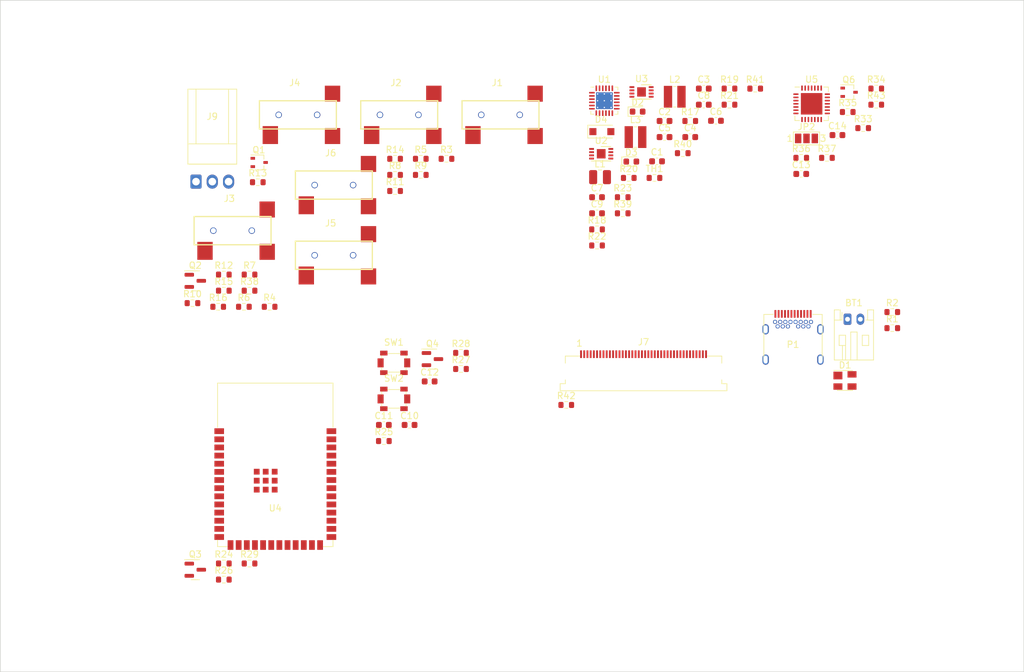
<source format=kicad_pcb>
(kicad_pcb (version 20211014) (generator pcbnew)
  (layers (0 "F.Cu" signal) (31 "B.Cu" signal) (34 "B.Paste" user) (35 "F.Paste" user) (36 "B.SilkS" user "B.Silkscreen") (37 "F.SilkS" user "F.Silkscreen") (38 "B.Mask" user) (39 "F.Mask" user) (44 "Edge.Cuts" user))
  (net 0 "")
  (net 1 "VAA")
  (net 2 "GND")
  (net 3 "Net-(C1-Pad1)")
  (net 4 "Net-(C2-Pad1)")
  (net 5 "Net-(C3-Pad1)")
  (net 6 "Net-(C3-Pad2)")
  (net 7 "Net-(C5-Pad1)")
  (net 8 "Net-(C6-Pad1)")
  (net 9 "Net-(C7-Pad1)")
  (net 10 "+3V3")
  (net 11 "+12V")
  (net 12 "/mcu_n_tft/EN")
  (net 13 "/mcu_n_tft/BOOT")
  (net 14 "/USB<->UART/D-")
  (net 15 "/USB<->UART/D+")
  (net 16 "VBUS")
  (net 17 "Net-(D2-Pad1)")
  (net 18 "Net-(D3-Pad1)")
  (net 19 "Net-(D4-Pad2)")
  (net 20 "/OUTPUT/probe1")
  (net 21 "/OUTPUT/probe4")
  (net 22 "/OUTPUT/probe2")
  (net 23 "/OUTPUT/probe5")
  (net 24 "/OUTPUT/probe3")
  (net 25 "/OUTPUT/probe6")
  (net 26 "Net-(J7-Pad1)")
  (net 27 "/mcu_n_tft/SPICLK")
  (net 28 "/mcu_n_tft/SPIQ")
  (net 29 "/mcu_n_tft/SPID")
  (net 30 "/mcu_n_tft/SPICS0")
  (net 31 "/mcu_n_tft/~{INT}")
  (net 32 "/mcu_n_tft/~{PD}")
  (net 40 "Net-(J9-Pad2)")
  (net 41 "/OUTPUT/TACHO")
  (net 42 "Net-(JP2-Pad2)")
  (net 43 "VS")
  (net 44 "Net-(L3-Pad1)")
  (net 57 "/OUTPUT/PWM")
  (net 58 "Net-(Q1-Pad3)")
  (net 59 "Net-(Q3-Pad1)")
  (net 60 "/mcu_n_tft/RTS")
  (net 61 "Net-(Q3-Pad3)")
  (net 62 "Net-(Q4-Pad1)")
  (net 63 "/USB<->UART/DTS")
  (net 64 "Net-(Q4-Pad3)")
  (net 65 "Net-(Q6-Pad1)")
  (net 66 "/USB<->UART/CHREN")
  (net 67 "/mcu_n_tft/SDA")
  (net 68 "/mcu_n_tft/SCL")
  (net 69 "/mcu_n_tft/CHR_INT")
  (net 70 "Net-(R18-Pad2)")
  (net 71 "/power unit/STAT")
  (net 72 "/power unit/~{PG}")
  (net 73 "Net-(R22-Pad2)")
  (net 74 "Net-(R29-Pad1)")
  (net 75 "Net-(R33-Pad2)")
  (net 76 "Net-(R35-Pad2)")
  (net 77 "/USB<->UART/CHREN_")
  (net 78 "/mcu_n_tft/CHR_PSEL")
  (net 87 "/USB<->UART/CHR1")
  (net 90 "/USB<->UART/CHR0")
  (net 102 "/USB<->UART/TXD")
  (net 103 "/USB<->UART/RXD")
  (footprint "LED_SMD:LED_0603_1608Metric" (layer "F.Cu") (at 162.26 58.62)
    (fp_text reference "D2" (at 0 -1.43) (layer "F.SilkS"))
    (fp_text value "LED")
    (pad "1" smd roundrect (at -0.7875 0) (size 0.875 0.95) (layers "F.Cu" "F.Paste" "F.Mask") (net 17 "Net-(D2-Pad1)"))
    (pad "2" smd roundrect (at 0.7875 0) (size 0.875 0.95) (layers "F.Cu" "F.Paste" "F.Mask") (net 7 "Net-(C5-Pad1)"))
  )
  (footprint "z_connector:MJ-2523" (layer "F.Cu") (at 131.075 59.126)
    (fp_text reference "J2" (at -6.5 -5) (layer "F.SilkS"))
    (fp_text value "AudioJack2_SwitchT" hide)
    (pad "" np_thru_hole circle (at -9 0) (size 1 1) (drill 0.762) (layers *.Cu *.Mask))
    (pad "" np_thru_hole circle (at -3 0) (size 1 1) (drill 0.762) (layers *.Cu *.Mask))
    (pad "S" smd rect (at -10.3 3.15) (size 2.4 2.8) (layers "F.Cu" "F.Paste" "F.Mask") (net 2 "GND"))
    (pad "T" smd rect (at -0.6 3.3) (size 2.4 2.5) (layers "F.Cu" "F.Paste" "F.Mask") (net 21 "/OUTPUT/probe4"))
    (pad "TN" smd rect (at -0.6 -3.3) (size 2.4 2.5) (layers "F.Cu" "F.Paste" "F.Mask") (net 2 "GND"))
  )
  (footprint "Package_DFN_QFN:WQFN-24-1EP_4x4mm_P0.5mm_EP2.6x2.6mm_ThermalVias" (layer "F.Cu") (at 157.07 56.92)
    (fp_text reference "U1" (at 0 -3.32) (layer "F.SilkS"))
    (fp_text value "RT9471GQW")
    (pad "1" smd roundrect (at -1.9375 -1.25) (size 0.875 0.25) (layers "F.Cu" "F.Paste" "F.Mask") (net 3 "Net-(C1-Pad1)"))
    (pad "2" smd roundrect (at -1.9375 -0.75) (size 0.875 0.25) (layers "F.Cu" "F.Paste" "F.Mask") (net 78 "/mcu_n_tft/CHR_PSEL"))
    (pad "3" smd roundrect (at -1.9375 -0.25) (size 0.875 0.25) (layers "F.Cu" "F.Paste" "F.Mask") (net 72 "/power unit/~{PG}"))
    (pad "4" smd roundrect (at -1.9375 0.25) (size 0.875 0.25) (layers "F.Cu" "F.Paste" "F.Mask") (net 71 "/power unit/STAT"))
    (pad "5" smd roundrect (at -1.9375 0.75) (size 0.875 0.25) (layers "F.Cu" "F.Paste" "F.Mask") (net 68 "/mcu_n_tft/SCL"))
    (pad "6" smd roundrect (at -1.9375 1.25) (size 0.875 0.25) (layers "F.Cu" "F.Paste" "F.Mask") (net 67 "/mcu_n_tft/SDA"))
    (pad "7" smd roundrect (at -1.25 1.9375) (size 0.25 0.875) (layers "F.Cu" "F.Paste" "F.Mask") (net 69 "/mcu_n_tft/CHR_INT"))
    (pad "8" smd roundrect (at -0.75 1.9375) (size 0.25 0.875) (layers "F.Cu" "F.Paste" "F.Mask"))
    (pad "9" smd roundrect (at -0.25 1.9375) (size 0.25 0.875) (layers "F.Cu" "F.Paste" "F.Mask") (net 66 "/USB<->UART/CHREN"))
    (pad "10" smd roundrect (at 0.25 1.9375) (size 0.25 0.875) (layers "F.Cu" "F.Paste" "F.Mask"))
    (pad "11" smd roundrect (at 0.75 1.9375) (size 0.25 0.875) (layers "F.Cu" "F.Paste" "F.Mask") (net 70 "Net-(R18-Pad2)"))
    (pad "12" smd roundrect (at 1.25 1.9375) (size 0.25 0.875) (layers "F.Cu" "F.Paste" "F.Mask"))
    (pad "13" smd roundrect (at 1.9375 1.25) (size 0.875 0.25) (layers "F.Cu" "F.Paste" "F.Mask") (net 1 "VAA"))
    (pad "14" smd roundrect (at 1.9375 0.75) (size 0.875 0.25) (layers "F.Cu" "F.Paste" "F.Mask") (net 1 "VAA"))
    (pad "15" smd roundrect (at 1.9375 0.25) (size 0.875 0.25) (layers "F.Cu" "F.Paste" "F.Mask") (net 43 "VS"))
    (pad "16" smd roundrect (at 1.9375 -0.25) (size 0.875 0.25) (layers "F.Cu" "F.Paste" "F.Mask") (net 43 "VS"))
    (pad "17" smd roundrect (at 1.9375 -0.75) (size 0.875 0.25) (layers "F.Cu" "F.Paste" "F.Mask") (net 2 "GND"))
    (pad "18" smd roundrect (at 1.9375 -1.25) (size 0.875 0.25) (layers "F.Cu" "F.Paste" "F.Mask") (net 2 "GND"))
    (pad "19" smd roundrect (at 1.25 -1.9375) (size 0.25 0.875) (layers "F.Cu" "F.Paste" "F.Mask") (net 6 "Net-(C3-Pad2)"))
    (pad "20" smd roundrect (at 0.75 -1.9375) (size 0.25 0.875) (layers "F.Cu" "F.Paste" "F.Mask") (net 6 "Net-(C3-Pad2)"))
    (pad "21" smd roundrect (at 0.25 -1.9375) (size 0.25 0.875) (layers "F.Cu" "F.Paste" "F.Mask") (net 5 "Net-(C3-Pad1)"))
    (pad "22" smd roundrect (at -0.25 -1.9375) (size 0.25 0.875) (layers "F.Cu" "F.Paste" "F.Mask") (net 7 "Net-(C5-Pad1)"))
    (pad "23" smd roundrect (at -0.75 -1.9375) (size 0.25 0.875) (layers "F.Cu" "F.Paste" "F.Mask") (net 4 "Net-(C2-Pad1)"))
    (pad "24" smd roundrect (at -1.25 -1.9375) (size 0.25 0.875) (layers "F.Cu" "F.Paste" "F.Mask") (net 3 "Net-(C1-Pad1)"))
    (pad "25" thru_hole circle (at 0 -1.05) (size 0.5 0.5) (drill 0.2) (layers *.Cu) (net 2 "GND"))
    (pad "25" thru_hole circle (at 1.05 0) (size 0.5 0.5) (drill 0.2) (layers *.Cu) (net 2 "GND"))
    (pad "25" thru_hole circle (at 1.05 -1.05) (size 0.5 0.5) (drill 0.2) (layers *.Cu) (net 2 "GND"))
    (pad "25" smd rect (at 0 0) (size 2.6 2.6) (layers "F.Cu" "F.Mask") (net 2 "GND"))
    (pad "25" thru_hole circle (at -1.05 0) (size 0.5 0.5) (drill 0.2) (layers *.Cu) (net 2 "GND"))
    (pad "25" thru_hole circle (at -1.05 -1.05) (size 0.5 0.5) (drill 0.2) (layers *.Cu) (net 2 "GND"))
    (pad "25" thru_hole circle (at 0 1.05) (size 0.5 0.5) (drill 0.2) (layers *.Cu) (net 2 "GND"))
    (pad "25" thru_hole circle (at 0 0) (size 0.5 0.5) (drill 0.2) (layers *.Cu) (net 2 "GND"))
    (pad "25" thru_hole circle (at 1.05 1.05) (size 0.5 0.5) (drill 0.2) (layers *.Cu) (net 2 "GND"))
    (pad "25" smd rect (at 0 0) (size 2.6 2.6) (layers "B.Cu") (net 2 "GND"))
    (pad "25" thru_hole circle (at -1.05 1.05) (size 0.5 0.5) (drill 0.2) (layers *.Cu) (net 2 "GND"))
  )
  (footprint "Capacitor_SMD:C_0603_1608Metric" (layer "F.Cu") (at 165.29 66.37)
    (fp_text reference "C1" (at 0 -1.43) (layer "F.SilkS"))
    (fp_text value "1µ")
    (pad "1" smd roundrect (at -0.775 0) (size 0.9 0.95) (layers "F.Cu" "F.Paste" "F.Mask") (net 3 "Net-(C1-Pad1)"))
    (pad "2" smd roundrect (at 0.775 0) (size 0.9 0.95) (layers "F.Cu" "F.Paste" "F.Mask") (net 2 "GND"))
  )
  (footprint "Capacitor_SMD:C_0603_1608Metric" (layer "F.Cu") (at 166.46 62.59)
    (fp_text reference "C5" (at 0 -1.43) (layer "F.SilkS"))
    (fp_text value "4,7µ")
    (pad "1" smd roundrect (at -0.775 0) (size 0.9 0.95) (layers "F.Cu" "F.Paste" "F.Mask") (net 7 "Net-(C5-Pad1)"))
    (pad "2" smd roundrect (at 0.775 0) (size 0.9 0.95) (layers "F.Cu" "F.Paste" "F.Mask") (net 2 "GND"))
  )
  (footprint "z_connector:MJ-2523" (layer "F.Cu") (at 120.885 70.076)
    (fp_text reference "J6" (at -6.5 -5) (layer "F.SilkS"))
    (fp_text value "AudioJack2_SwitchT" hide)
    (pad "" np_thru_hole circle (at -3 0) (size 1 1) (drill 0.762) (layers *.Cu *.Mask))
    (pad "" np_thru_hole circle (at -9 0) (size 1 1) (drill 0.762) (layers *.Cu *.Mask))
    (pad "S" smd rect (at -10.3 3.15) (size 2.4 2.8) (layers "F.Cu" "F.Paste" "F.Mask") (net 2 "GND"))
    (pad "T" smd rect (at -0.6 3.3) (size 2.4 2.5) (layers "F.Cu" "F.Paste" "F.Mask") (net 25 "/OUTPUT/probe6"))
    (pad "TN" smd rect (at -0.6 -3.3) (size 2.4 2.5) (layers "F.Cu" "F.Paste" "F.Mask") (net 2 "GND"))
  )
  (footprint "Package_DFN_QFN:DFN-8-1EP_3x2mm_P0.5mm_EP1.36x1.46mm" (layer "F.Cu") (at 156.58 65.19)
    (fp_text reference "U2" (at 0 -2.05) (layer "F.SilkS"))
    (fp_text value "MCP1663T-E/MNY")
    (pad "1" smd rect (at -1.5 -0.75) (size 0.75 0.3) (layers "F.Cu" "F.Paste" "F.Mask") (net 73 "Net-(R22-Pad2)"))
    (pad "2" smd rect (at -1.5 -0.25) (size 0.75 0.3) (layers "F.Cu" "F.Paste" "F.Mask") (net 2 "GND"))
    (pad "3" smd rect (at -1.5 0.25) (size 0.75 0.3) (layers "F.Cu" "F.Paste" "F.Mask") (net 19 "Net-(D4-Pad2)"))
    (pad "4" smd rect (at -1.5 0.75) (size 0.75 0.3) (layers "F.Cu" "F.Paste" "F.Mask"))
    (pad "5" smd rect (at 1.5 0.75) (size 0.75 0.3) (layers "F.Cu" "F.Paste" "F.Mask") (net 8 "Net-(C6-Pad1)"))
    (pad "6" smd rect (at 1.5 0.25) (size 0.75 0.3) (layers "F.Cu" "F.Paste" "F.Mask"))
    (pad "7" smd rect (at 1.5 -0.25) (size 0.75 0.3) (layers "F.Cu" "F.Paste" "F.Mask") (net 2 "GND"))
    (pad "8" smd rect (at 1.5 -0.75) (size 0.75 0.3) (layers "F.Cu" "F.Paste" "F.Mask") (net 8 "Net-(C6-Pad1)"))
    (pad "9" smd rect (at 0 0) (size 1.36 1.46) (layers "F.Cu" "F.Mask") (net 2 "GND"))
  )
  (footprint "Capacitor_SMD:C_0603_1608Metric" (layer "F.Cu") (at 170.47 62.59)
    (fp_text reference "C4" (at 0 -1.43) (layer "F.SilkS"))
    (fp_text value "10µ")
    (pad "1" smd roundrect (at -0.775 0) (size 0.9 0.95) (layers "F.Cu" "F.Paste" "F.Mask") (net 1 "VAA"))
    (pad "2" smd roundrect (at 0.775 0) (size 0.9 0.95) (layers "F.Cu" "F.Paste" "F.Mask") (net 2 "GND"))
  )
  (footprint "z_connector:MJ-2523" (layer "F.Cu") (at 105.085 77.186)
    (fp_text reference "J3" (at -6.5 -5) (layer "F.SilkS"))
    (fp_text value "AudioJack2_SwitchT" hide)
    (pad "" np_thru_hole circle (at -9 0) (size 1 1) (drill 0.762) (layers *.Cu *.Mask))
    (pad "" np_thru_hole circle (at -3 0) (size 1 1) (drill 0.762) (layers *.Cu *.Mask))
    (pad "S" smd rect (at -10.3 3.15) (size 2.4 2.8) (layers "F.Cu" "F.Paste" "F.Mask") (net 2 "GND"))
    (pad "T" smd rect (at -0.6 3.3) (size 2.4 2.5) (layers "F.Cu" "F.Paste" "F.Mask") (net 22 "/OUTPUT/probe2"))
    (pad "TN" smd rect (at -0.6 -3.3) (size 2.4 2.5) (layers "F.Cu" "F.Paste" "F.Mask") (net 2 "GND"))
  )
  (footprint "Resistor_SMD:R_0603_1608Metric" (layer "F.Cu") (at 169.3 65.1)
    (fp_text reference "R40" (at 0 -1.43) (layer "F.SilkS"))
    (fp_text value "0R")
    (pad "1" smd roundrect (at -0.825 0) (size 0.8 0.95) (layers "F.Cu" "F.Paste" "F.Mask") (net 1 "VAA"))
    (pad "2" smd roundrect (at 0.825 0) (size 0.8 0.95) (layers "F.Cu" "F.Paste" "F.Mask") (net 8 "Net-(C6-Pad1)"))
  )
  (footprint "Resistor_SMD:R_0603_1608Metric" (layer "F.Cu") (at 180.6 55.03)
    (fp_text reference "R41" (at 0 -1.43) (layer "F.SilkS"))
    (fp_text value "0R")
    (pad "1" smd roundrect (at -0.825 0) (size 0.8 0.95) (layers "F.Cu" "F.Paste" "F.Mask") (net 43 "VS"))
    (pad "2" smd roundrect (at 0.825 0) (size 0.8 0.95) (layers "F.Cu" "F.Paste" "F.Mask") (net 9 "Net-(C7-Pad1)"))
  )
  (footprint "Resistor_SMD:R_0603_1608Metric" (layer "F.Cu") (at 201.98 89.88)
    (fp_text reference "R2" (at 0 -1.43) (layer "F.SilkS"))
    (fp_text value "1k")
    (pad "1" smd roundrect (at -0.825 0) (size 0.8 0.95) (layers "F.Cu" "F.Paste" "F.Mask") (net 10 "+3V3"))
    (pad "2" smd roundrect (at 0.825 0) (size 0.8 0.95) (layers "F.Cu" "F.Paste" "F.Mask") (net 68 "/mcu_n_tft/SCL"))
  )
  (footprint "Capacitor_SMD:C_0603_1608Metric" (layer "F.Cu") (at 172.58 57.54)
    (fp_text reference "C8" (at 0 -1.43) (layer "F.SilkS"))
    (fp_text value "4,7µ")
    (pad "1" smd roundrect (at -0.775 0) (size 0.9 0.95) (layers "F.Cu" "F.Paste" "F.Mask") (net 10 "+3V3"))
    (pad "2" smd roundrect (at 0.775 0) (size 0.9 0.95) (layers "F.Cu" "F.Paste" "F.Mask") (net 2 "GND"))
  )
  (footprint "Capacitor_SMD:C_0603_1608Metric" (layer "F.Cu") (at 172.58 55.03)
    (fp_text reference "C3" (at 0 -1.43) (layer "F.SilkS"))
    (fp_text value "47nF")
    (pad "1" smd roundrect (at -0.775 0) (size 0.9 0.95) (layers "F.Cu" "F.Paste" "F.Mask") (net 5 "Net-(C3-Pad1)"))
    (pad "2" smd roundrect (at 0.775 0) (size 0.9 0.95) (layers "F.Cu" "F.Paste" "F.Mask") (net 6 "Net-(C3-Pad2)"))
  )
  (footprint "Resistor_SMD:R_0603_1608Metric" (layer "F.Cu") (at 176.59 57.54)
    (fp_text reference "R21" (at 0 -1.43) (layer "F.SilkS"))
    (fp_text value "2k2")
    (pad "1" smd roundrect (at -0.825 0) (size 0.8 0.95) (layers "F.Cu" "F.Paste" "F.Mask") (net 18 "Net-(D3-Pad1)"))
    (pad "2" smd roundrect (at 0.825 0) (size 0.8 0.95) (layers "F.Cu" "F.Paste" "F.Mask") (net 72 "/power unit/~{PG}"))
  )
  (footprint "Connector_JST:JST_PH_S2B-PH-K_1x02_P2.00mm_Horizontal" (layer "F.Cu") (at 195 91)
    (fp_text reference "BT1" (at 1 -2.55) (layer "F.SilkS"))
    (fp_text value "Battery_Cell")
    (pad "1" thru_hole roundrect (at 0 0) (size 1.2 1.75) (drill 0.75) (layers *.Cu *.Mask) (roundrect_rratio 0.208333) (net 1 "VAA"))
    (pad "2" thru_hole oval (at 2 0) (size 1.2 1.75) (drill 0.75) (layers *.Cu *.Mask) (net 2 "GND"))
  )
  (footprint "Resistor_SMD:R_0603_1608Metric" (layer "F.Cu") (at 155.93 79.5)
    (fp_text reference "R22" (at 0 -1.43) (layer "F.SilkS"))
    (fp_text value "1050k")
    (pad "1" smd roundrect (at -0.825 0) (size 0.8 0.95) (layers "F.Cu" "F.Paste" "F.Mask") (net 11 "+12V"))
    (pad "2" smd roundrect (at 0.825 0) (size 0.8 0.95) (layers "F.Cu" "F.Paste" "F.Mask") (net 73 "Net-(R22-Pad2)"))
  )
  (footprint "Resistor_SMD:R_0603_1608Metric" (layer "F.Cu") (at 104.86 89.06)
    (fp_text reference "R4" (at 0 -1.43) (layer "F.SilkS"))
    (fp_text value "3k4")
    (pad "1" smd roundrect (at -0.825 0) (size 0.8 0.95) (layers "F.Cu" "F.Paste" "F.Mask") (net 20 "/OUTPUT/probe1"))
    (pad "2" smd roundrect (at 0.825 0) (size 0.8 0.95) (layers "F.Cu" "F.Paste" "F.Mask") (net 2 "GND"))
  )
  (footprint "Capacitor_SMD:C_0603_1608Metric" (layer "F.Cu") (at 126.69 107.49)
    (fp_text reference "C10" (at 0 -1.43) (layer "F.SilkS"))
    (fp_text value "100n")
    (pad "1" smd roundrect (at -0.775 0) (size 0.9 0.95) (layers "F.Cu" "F.Paste" "F.Mask") (net 2 "GND"))
    (pad "2" smd roundrect (at 0.775 0) (size 0.9 0.95) (layers "F.Cu" "F.Paste" "F.Mask") (net 12 "/mcu_n_tft/EN"))
  )
  (footprint "Resistor_SMD:R_0603_1608Metric" (layer "F.Cu") (at 101.73 129.1)
    (fp_text reference "R29" (at 0 -1.43) (layer "F.SilkS"))
    (fp_text value "0R")
    (pad "1" smd roundrect (at -0.825 0) (size 0.8 0.95) (layers "F.Cu" "F.Paste" "F.Mask") (net 74 "Net-(R29-Pad1)"))
    (pad "2" smd roundrect (at 0.825 0) (size 0.8 0.95) (layers "F.Cu" "F.Paste" "F.Mask") (net 10 "+3V3"))
  )
  (footprint "Resistor_SMD:R_0603_1608Metric" (layer "F.Cu") (at 101.73 84.04)
    (fp_text reference "R7" (at 0 -1.43) (layer "F.SilkS"))
    (fp_text value "4k7")
    (pad "1" smd roundrect (at -0.825 0) (size 0.8 0.95) (layers "F.Cu" "F.Paste" "F.Mask") (net 57 "/OUTPUT/PWM"))
    (pad "2" smd roundrect (at 0.825 0) (size 0.8 0.95) (layers "F.Cu" "F.Paste" "F.Mask") (net 2 "GND"))
  )
  (footprint "Resistor_SMD:R_0603_1608Metric" (layer "F.Cu") (at 103.02 69.63)
    (fp_text reference "R13" (at 0 -1.43) (layer "F.SilkS"))
    (fp_text value "10k")
    (pad "1" smd roundrect (at -0.825 0) (size 0.8 0.95) (layers "F.Cu" "F.Paste" "F.Mask") (net 10 "+3V3"))
    (pad "2" smd roundrect (at 0.825 0) (size 0.8 0.95) (layers "F.Cu" "F.Paste" "F.Mask") (net 41 "/OUTPUT/TACHO"))
  )
  (footprint "Package_DFN_QFN:QFN-28-1EP_5x5mm_P0.5mm_EP3.35x3.35mm" (layer "F.Cu") (at 189.4 57.4)
    (fp_text reference "U5" (at 0 -3.8) (layer "F.SilkS"))
    (fp_text value "CP2102N-Axx-xQFN28")
    (pad "1" smd roundrect (at -2.45 -1.5) (size 0.8 0.25) (layers "F.Cu" "F.Paste" "F.Mask"))
    (pad "2" smd roundrect (at -2.45 -1) (size 0.8 0.25) (layers "F.Cu" "F.Paste" "F.Mask"))
    (pad "3" smd roundrect (at -2.45 -0.5) (size 0.8 0.25) (layers "F.Cu" "F.Paste" "F.Mask") (net 2 "GND"))
    (pad "4" smd roundrect (at -2.45 0) (size 0.8 0.25) (layers "F.Cu" "F.Paste" "F.Mask") (net 15 "/USB<->UART/D+"))
    (pad "5" smd roundrect (at -2.45 0.5) (size 0.8 0.25) (layers "F.Cu" "F.Paste" "F.Mask") (net 14 "/USB<->UART/D-"))
    (pad "6" smd roundrect (at -2.45 1) (size 0.8 0.25) (layers "F.Cu" "F.Paste" "F.Mask") (net 42 "Net-(JP2-Pad2)"))
    (pad "7" smd roundrect (at -2.45 1.5) (size 0.8 0.25) (layers "F.Cu" "F.Paste" "F.Mask") (net 1 "VAA"))
    (pad "8" smd roundrect (at -1.5 2.45) (size 0.25 0.8) (layers "F.Cu" "F.Paste" "F.Mask") (net 75 "Net-(R33-Pad2)"))
    (pad "9" smd roundrect (at -1 2.45) (size 0.25 0.8) (layers "F.Cu" "F.Paste" "F.Mask") (net 76 "Net-(R35-Pad2)"))
    (pad "10" smd roundrect (at -0.5 2.45) (size 0.25 0.8) (layers "F.Cu" "F.Paste" "F.Mask"))
    (pad "11" smd roundrect (at 0 2.45) (size 0.25 0.8) (layers "F.Cu" "F.Paste" "F.Mask"))
    (pad "12" smd roundrect (at 0.5 2.45) (size 0.25 0.8) (layers "F.Cu" "F.Paste" "F.Mask"))
    (pad "13" smd roundrect (at 1 2.45) (size 0.25 0.8) (layers "F.Cu" "F.Paste" "F.Mask") (net 77 "/USB<->UART/CHREN_"))
    (pad "14" smd roundrect (at 1.5 2.45) (size 0.25 0.8) (layers "F.Cu" "F.Paste" "F.Mask") (net 87 "/USB<->UART/CHR1"))
    (pad "15" smd roundrect (at 2.45 1.5) (size 0.8 0.25) (layers "F.Cu" "F.Paste" "F.Mask") (net 90 "/USB<->UART/CHR0"))
    (pad "16" smd roundrect (at 2.45 1) (size 0.8 0.25) (layers "F.Cu" "F.Paste" "F.Mask"))
    (pad "17" smd roundrect (at 2.45 0.5) (size 0.8 0.25) (layers "F.Cu" "F.Paste" "F.Mask"))
    (pad "18" smd roundrect (at 2.45 0) (size 0.8 0.25) (layers "F.Cu" "F.Paste" "F.Mask"))
    (pad "19" smd roundrect (at 2.45 -0.5) (size 0.8 0.25) (layers "F.Cu" "F.Paste" "F.Mask"))
    (pad "20" smd roundrect (at 2.45 -1) (size 0.8 0.25) (layers "F.Cu" "F.Paste" "F.Mask"))
    (pad "21" smd roundrect (at 2.45 -1.5) (size 0.8 0.25) (layers "F.Cu" "F.Paste" "F.Mask"))
    (pad "22" smd roundrect (at 1.5 -2.45) (size 0.25 0.8) (layers "F.Cu" "F.Paste" "F.Mask"))
    (pad "23" smd roundrect (at 1 -2.45) (size 0.25 0.8) (layers "F.Cu" "F.Paste" "F.Mask"))
    (pad "24" smd roundrect (at 0.5 -2.45) (size 0.25 0.8) (layers "F.Cu" "F.Paste" "F.Mask") (net 60 "/mcu_n_tft/RTS"))
    (pad "25" smd roundrect (at 0 -2.45) (size 0.25 0.8) (layers "F.Cu" "F.Paste" "F.Mask") (net 103 "/USB<->UART/RXD"))
    (pad "26" smd roundrect (at -0.5 -2.45) (size 0.25 0.8) (layers "F.Cu" "F.Paste" "F.Mask") (net 102 "/USB<->UART/TXD"))
    (pad "27" smd roundrect (at -1 -2.45) (size 0.25 0.8) (layers "F.Cu" "F.Paste" "F.Mask"))
    (pad "28" smd roundrect (at -1.5 -2.45) (size 0.25 0.8) (layers "F.Cu" "F.Paste" "F.Mask") (net 63 "/USB<->UART/DTS"))
    (pad "29" smd rect (at 0 0) (size 3.35 3.35) (layers "F.Cu" "F.Mask") (net 2 "GND"))
  )
  (footprint "Capacitor_SMD:C_0603_1608Metric" (layer "F.Cu") (at 155.93 74.48)
    (fp_text reference "C9" (at 0 -1.43) (layer "F.SilkS"))
    (fp_text value "10µ")
    (pad "1" smd roundrect (at -0.775 0) (size 0.9 0.95) (layers "F.Cu" "F.Paste" "F.Mask") (net 11 "+12V"))
    (pad "2" smd roundrect (at 0.775 0) (size 0.9 0.95) (layers "F.Cu" "F.Paste" "F.Mask") (net 2 "GND"))
  )
  (footprint "Resistor_SMD:R_0603_1608Metric" (layer "F.Cu") (at 134.71 96.25)
    (fp_text reference "R28" (at 0 -1.43) (layer "F.SilkS"))
    (fp_text value "10k")
    (pad "1" smd roundrect (at -0.825 0) (size 0.8 0.95) (layers "F.Cu" "F.Paste" "F.Mask") (net 10 "+3V3"))
    (pad "2" smd roundrect (at 0.825 0) (size 0.8 0.95) (layers "F.Cu" "F.Paste" "F.Mask") (net 12 "/mcu_n_tft/EN"))
  )
  (footprint "Resistor_SMD:R_0603_1608Metric" (layer "F.Cu") (at 176.59 55.03)
    (fp_text reference "R19" (at 0 -1.43) (layer "F.SilkS"))
    (fp_text value "30k1")
    (pad "1" smd roundrect (at -0.825 0) (size 0.8 0.95) (layers "F.Cu" "F.Paste" "F.Mask") (net 70 "Net-(R18-Pad2)"))
    (pad "2" smd roundrect (at 0.825 0) (size 0.8 0.95) (layers "F.Cu" "F.Paste" "F.Mask") (net 2 "GND"))
  )
  (footprint "Resistor_SMD:R_0603_1608Metric" (layer "F.Cu") (at 96.84 89.06)
    (fp_text reference "R16" (at 0 -1.43) (layer "F.SilkS"))
    (fp_text value "4k42")
    (pad "1" smd roundrect (at -0.825 0) (size 0.8 0.95) (layers "F.Cu" "F.Paste" "F.Mask") (net 10 "+3V3"))
    (pad "2" smd roundrect (at 0.825 0) (size 0.8 0.95) (layers "F.Cu" "F.Paste" "F.Mask") (net 25 "/OUTPUT/probe6"))
  )
  (footprint "Resistor_SMD:R_0603_1608Metric" (layer "F.Cu") (at 159.94 74.48)
    (fp_text reference "R39" (at 0 -1.43) (layer "F.SilkS"))
    (fp_text value "0R")
    (pad "1" smd roundrect (at -0.825 0) (size 0.8 0.95) (layers "F.Cu" "F.Paste" "F.Mask") (net 16 "VBUS"))
    (pad "2" smd roundrect (at 0.825 0) (size 0.8 0.95) (layers "F.Cu" "F.Paste" "F.Mask") (net 3 "Net-(C1-Pad1)"))
  )
  (footprint "z_connector:Molex_KK-254_AE-6410-03A_1x03_P2.54mm_Vertical" (layer "F.Cu") (at 93.382 69.54)
    (fp_text reference "J9" (at 2.54 -10.16) (layer "F.SilkS"))
    (fp_text value "Conn_01x03")
    (pad "1" thru_hole roundrect (at 0 0) (size 1.74 2.19) (drill 1.19) (layers *.Cu *.Mask) (roundrect_rratio 0.143678) (net 2 "GND"))
    (pad "2" thru_hole oval (at 2.54 0) (size 1.74 2.19) (drill 1.19) (layers *.Cu *.Mask) (net 40 "Net-(J9-Pad2)"))
    (pad "3" thru_hole oval (at 5.08 0) (size 1.74 2.19) (drill 1.19) (layers *.Cu *.Mask) (net 41 "/OUTPUT/TACHO"))
  )
  (footprint "Jumper:SolderJumper-3_P1.3mm_Open_Pad1.0x1.5mm_NumberLabels" (layer "F.Cu") (at 188.6 62.8)
    (fp_text reference "JP2" (at 0 -1.8) (layer "F.SilkS"))
    (fp_text value "SolderJumper_3_Open")
    (fp_text user "3" (at 2.6 0) (layer "F.SilkS"))
    (fp_text user "1" (at -2.6 0) (layer "F.SilkS"))
    (pad "1" smd rect (at -1.3 0) (size 1 1.5) (layers "F.Cu" "F.Mask") (net 1 "VAA"))
    (pad "2" smd rect (at 0 0) (size 1 1.5) (layers "F.Cu" "F.Mask") (net 42 "Net-(JP2-Pad2)"))
    (pad "3" smd rect (at 1.3 0) (size 1 1.5) (layers "F.Cu" "F.Mask") (net 10 "+3V3"))
  )
  (footprint "z_connector:MJ-2523" (layer "F.Cu") (at 146.875 59.126)
    (fp_text reference "J1" (at -6.5 -5) (layer "F.SilkS"))
    (fp_text value "AudioJack2_SwitchT" hide)
    (pad "" np_thru_hole circle (at -9 0) (size 1 1) (drill 0.762) (layers *.Cu *.Mask))
    (pad "" np_thru_hole circle (at -3 0) (size 1 1) (drill 0.762) (layers *.Cu *.Mask))
    (pad "S" smd rect (at -10.3 3.15) (size 2.4 2.8) (layers "F.Cu" "F.Paste" "F.Mask") (net 2 "GND"))
    (pad "T" smd rect (at -0.6 3.3) (size 2.4 2.5) (layers "F.Cu" "F.Paste" "F.Mask") (net 20 "/OUTPUT/probe1"))
    (pad "TN" smd rect (at -0.6 -3.3) (size 2.4 2.5) (layers "F.Cu" "F.Paste" "F.Mask") (net 2 "GND"))
  )
  (footprint "Resistor_SMD:R_0603_1608Metric" (layer "F.Cu") (at 199.48 57.54)
    (fp_text reference "R43" (at 0 -1.43) (layer "F.SilkS"))
    (fp_text value "0R")
    (pad "1" smd roundrect (at -0.825 0) (size 0.8 0.95) (layers "F.Cu" "F.Paste" "F.Mask") (net 65 "Net-(Q6-Pad1)"))
    (pad "2" smd roundrect (at 0.825 0) (size 0.8 0.95) (layers "F.Cu" "F.Paste" "F.Mask") (net 77 "/USB<->UART/CHREN_"))
  )
  (footprint "Resistor_SMD:R_0603_1608Metric" (layer "F.Cu") (at 97.72 131.61)
    (fp_text reference "R26" (at 0 -1.43) (layer "F.SilkS"))
    (fp_text value "0R")
    (pad "1" smd roundrect (at -0.825 0) (size 0.8 0.95) (layers "F.Cu" "F.Paste" "F.Mask") (net 12 "/mcu_n_tft/EN"))
    (pad "2" smd roundrect (at 0.825 0) (size 0.8 0.95) (layers "F.Cu" "F.Paste" "F.Mask") (net 61 "Net-(Q3-Pad3)"))
  )
  (footprint "Resistor_SMD:R_0603_1608Metric" (layer "F.Cu") (at 155.93 76.99)
    (fp_text reference "R18" (at 0 -1.43) (layer "F.SilkS"))
    (fp_text value "5k23")
    (pad "1" smd roundrect (at -0.825 0) (size 0.8 0.95) (layers "F.Cu" "F.Paste" "F.Mask") (net 7 "Net-(C5-Pad1)"))
    (pad "2" smd roundrect (at 0.825 0) (size 0.8 0.95) (layers "F.Cu" "F.Paste" "F.Mask") (net 70 "Net-(R18-Pad2)"))
  )
  (footprint "Resistor_SMD:R_0603_1608Metric" (layer "F.Cu") (at 97.72 129.1)
    (fp_text reference "R24" (at 0 -1.43) (layer "F.SilkS"))
    (fp_text value "10k")
    (pad "1" smd roundrect (at -0.825 0) (size 0.8 0.95) (layers "F.Cu" "F.Paste" "F.Mask") (net 59 "Net-(Q3-Pad1)"))
    (pad "2" smd roundrect (at 0.825 0) (size 0.8 0.95) (layers "F.Cu" "F.Paste" "F.Mask") (net 63 "/USB<->UART/DTS"))
  )
  (footprint "z_connector:MJ-2523" (layer "F.Cu") (at 115.275 59.126)
    (fp_text reference "J4" (at -6.5 -5) (layer "F.SilkS"))
    (fp_text value "AudioJack2_SwitchT" hide)
    (pad "" np_thru_hole circle (at -3 0) (size 1 1) (drill 0.762) (layers *.Cu *.Mask))
    (pad "" np_thru_hole circle (at -9 0) (size 1 1) (drill 0.762) (layers *.Cu *.Mask))
    (pad "S" smd rect (at -10.3 3.15) (size 2.4 2.8) (layers "F.Cu" "F.Paste" "F.Mask") (net 2 "GND"))
    (pad "T" smd rect (at -0.6 3.3) (size 2.4 2.5) (layers "F.Cu" "F.Paste" "F.Mask") (net 23 "/OUTPUT/probe5"))
    (pad "TN" smd rect (at -0.6 -3.3) (size 2.4 2.5) (layers "F.Cu" "F.Paste" "F.Mask") (net 2 "GND"))
  )
  (footprint "Resistor_SMD:R_0603_1608Metric" (layer "F.Cu") (at 170.47 60.08)
    (fp_text reference "R17" (at 0 -1.43) (layer "F.SilkS"))
    (fp_text value "10k")
    (pad "1" smd roundrect (at -0.825 0) (size 0.8 0.95) (layers "F.Cu" "F.Paste" "F.Mask") (net 69 "/mcu_n_tft/CHR_INT"))
    (pad "2" smd roundrect (at 0.825 0) (size 0.8 0.95) (layers "F.Cu" "F.Paste" "F.Mask") (net 10 "+3V3"))
  )
  (footprint "Resistor_SMD:R_0603_1608Metric" (layer "F.Cu") (at 191.79 65.83)
    (fp_text reference "R37" (at 0 -1.43) (layer "F.SilkS"))
    (fp_text value "10k")
    (pad "1" smd roundrect (at -0.825 0) (size 0.8 0.95) (layers "F.Cu" "F.Paste" "F.Mask") (net 66 "/USB<->UART/CHREN"))
    (pad "2" smd roundrect (at 0.825 0) (size 0.8 0.95) (layers "F.Cu" "F.Paste" "F.Mask") (net 16 "VBUS"))
  )
  (footprint "Resistor_SMD:R_0603_1608Metric" (layer "F.Cu") (at 187.78 65.83)
    (fp_text reference "R36" (at 0 -1.43) (layer "F.SilkS"))
    (fp_text value "1M")
    (pad "1" smd roundrect (at -0.825 0) (size 0.8 0.95) (layers "F.Cu" "F.Paste" "F.Mask") (net 2 "GND"))
    (pad "2" smd roundrect (at 0.825 0) (size 0.8 0.95) (layers "F.Cu" "F.Paste" "F.Mask") (net 65 "Net-(Q6-Pad1)"))
  )
  (footprint "Inductor_SMD:L_Wuerth_MAPI-3015" (layer "F.Cu") (at 168.05 56.3)
    (fp_text reference "L2" (at 0 -2.7) (layer "F.SilkS"))
    (fp_text value "4µ7")
    (pad "1" smd rect (at -1.05 0) (size 1.3 3.4) (layers "F.Cu" "F.Paste" "F.Mask") (net 8 "Net-(C6-Pad1)"))
    (pad "2" smd rect (at 1.05 0) (size 1.3 3.4) (layers "F.Cu" "F.Paste" "F.Mask") (net 19 "Net-(D4-Pad2)"))
  )
  (footprint "z_ic:ESP32-S3-WROOM-1" (layer "F.Cu") (at 105.75 113.72)
    (fp_text reference "U4" (at 0 6.75 unlocked) (layer "F.SilkS"))
    (fp_text value "ESP32-S3-Rx")
    (pad "1" smd rect (at -8.75 -5.26) (size 1.5 0.9) (layers "F.Cu" "F.Paste" "F.Mask") (net 2 "GND"))
    (pad "2" smd rect (at -8.75 -3.99) (size 1.5 0.9) (layers "F.Cu" "F.Paste" "F.Mask") (net 74 "Net-(R29-Pad1)"))
    (pad "3" smd rect (at -8.75 -2.72) (size 1.5 0.9) (layers "F.Cu" "F.Paste" "F.Mask") (net 12 "/mcu_n_tft/EN"))
    (pad "4" smd rect (at -8.75 -1.45) (size 1.5 0.9) (layers "F.Cu" "F.Paste" "F.Mask") (net 20 "/OUTPUT/probe1"))
    (pad "5" smd rect (at -8.75 -0.18) (size 1.5 0.9) (layers "F.Cu" "F.Paste" "F.Mask") (net 22 "/OUTPUT/probe2"))
    (pad "6" smd rect (at -8.75 1.09) (size 1.5 0.9) (layers "F.Cu" "F.Paste" "F.Mask") (net 24 "/OUTPUT/probe3"))
    (pad "7" smd rect (at -8.75 2.36) (size 1.5 0.9) (layers "F.Cu" "F.Paste" "F.Mask") (net 21 "/OUTPUT/probe4"))
    (pad "8" smd rect (at -8.75 3.63) (size 1.5 0.9) (layers "F.Cu" "F.Paste" "F.Mask") (net 87 "/USB<->UART/CHR1"))
    (pad "9" smd rect (at -8.75 4.9) (size 1.5 0.9) (layers "F.Cu" "F.Paste" "F.Mask") (net 27 "/mcu_n_tft/SPICLK"))
    (pad "10" smd rect (at -8.75 6.17) (size 1.5 0.9) (layers "F.Cu" "F.Paste" "F.Mask") (net 30 "/mcu_n_tft/SPICS0"))
    (pad "11" smd rect (at -8.75 7.44) (size 1.5 0.9) (layers "F.Cu" "F.Paste" "F.Mask") (net 29 "/mcu_n_tft/SPID"))
    (pad "12" smd rect (at -8.75 8.71) (size 1.5 0.9) (layers "F.Cu" "F.Paste" "F.Mask") (net 23 "/OUTPUT/probe5"))
    (pad "13" smd rect (at -8.75 9.98) (size 1.5 0.9) (layers "F.Cu" "F.Paste" "F.Mask") (net 28 "/mcu_n_tft/SPIQ"))
    (pad "14" smd rect (at -8.75 11.25) (size 1.5 0.9) (layers "F.Cu" "F.Paste" "F.Mask") (net 31 "/mcu_n_tft/~{INT}"))
    (pad "15" smd rect (at -6.985 12.5 90) (size 1.5 0.9) (layers "F.Cu" "F.Paste" "F.Mask"))
    (pad "16" smd rect (at -5.715 12.5 90) (size 1.5 0.9) (layers "F.Cu" "F.Paste" "F.Mask"))
    (pad "17" smd rect (at -4.445 12.5 90) (size 1.5 0.9) (layers "F.Cu" "F.Paste" "F.Mask") (net 25 "/OUTPUT/probe6"))
    (pad "18" smd rect (at -3.175 12.5 90) (size 1.5 0.9) (layers "F.Cu" "F.Paste" "F.Mask") (net 41 "/OUTPUT/TACHO"))
    (pad "19" smd rect (at -1.905 12.5 90) (size 1.5 0.9) (layers "F.Cu" "F.Paste" "F.Mask") (net 57 "/OUTPUT/PWM"))
    (pad "20" smd rect (at -0.635 12.5 90) (size 1.5 0.9) (layers "F.Cu" "F.Paste" "F.Mask") (net 69 "/mcu_n_tft/CHR_INT"))
    (pad "21" smd rect (at 0.635 12.5 90) (size 1.5 0.9) (layers "F.Cu" "F.Paste" "F.Mask") (net 78 "/mcu_n_tft/CHR_PSEL"))
    (pad "22" smd rect (at 1.905 12.5 90) (size 1.5 0.9) (layers "F.Cu" "F.Paste" "F.Mask") (net 90 "/USB<->UART/CHR0"))
    (pad "23" smd rect (at 3.175 12.5 90) (size 1.5 0.9) (layers "F.Cu" "F.Paste" "F.Mask") (net 32 "/mcu_n_tft/~{PD}"))
    (pad "24" smd rect (at 4.445 12.5 90) (size 1.5 0.9) (layers "F.Cu" "F.Paste" "F.Mask"))
    (pad "25" smd rect (at 5.715 12.5 90) (size 1.5 0.9) (layers "F.Cu" "F.Paste" "F.Mask"))
    (pad "26" smd rect (at 6.985 12.5 90) (size 1.5 0.9) (layers "F.Cu" "F.Paste" "F.Mask"))
    (pad "27" smd rect (at 8.75 11.25 180) (size 1.5 0.9) (layers "F.Cu" "F.Paste" "F.Mask") (net 13 "/mcu_n_tft/BOOT"))
    (pad "28" smd rect (at 8.75 9.98 180) (size 1.5 0.9) (layers "F.Cu" "F.Paste" "F.Mask"))
    (pad "29" smd rect (at 8.75 8.71 180) (size 1.5 0.9) (layers "F.Cu" "F.Paste" "F.Mask"))
    (pad "30" smd rect (at 8.75 7.44 180) (size 1.5 0.9) (layers "F.Cu" "F.Paste" "F.Mask"))
    (pad "31" smd rect (at 8.75 6.17 180) (size 1.5 0.9) (layers "F.Cu" "F.Paste" "F.Mask"))
    (pad "32" smd rect (at 8.75 4.9 180) (size 1.5 0.9) (layers "F.Cu" "F.Paste" "F.Mask"))
    (pad "33" smd rect (at 8.75 3.63 180) (size 1.5 0.9) (layers "F.Cu" "F.Paste" "F.Mask"))
    (pad "34" smd rect (at 8.75 2.36 180) (size 1.5 0.9) (layers "F.Cu" "F.Paste" "F.Mask"))
    (pad "35" smd rect (at 8.75 1.09 180) (size 1.5 0.9) (layers "F.Cu" "F.Paste" "F.Mask"))
    (pad "36" smd rect (at 8.75 -0.18 180) (size 1.5 0.9) (layers "F.Cu" "F.Paste" "F.Mask") (net 102 "/USB<->UART/TXD"))
    (pad "37" smd rect (at 8.75 -1.45 180) (size 1.5 0.9) (layers "F.Cu" "F.Paste" "F.Mask") (net 103 "/USB<->UART/RXD"))
    (pad "38" smd rect (at 8.75 -2.72 180) (size 1.5 0.9) (layers "F.Cu" "F.Paste" "F.Mask") (net 67 "/mcu_n_tft/SDA"))
    (pad "39" smd rect (at 8.75 -3.99 180) (size 1.5 0.9) (layers "F.Cu" "F.Paste" "F.Mask") (net 68 "/mcu_n_tft/SCL"))
    (pad "40" smd rect (at 8.75 -5.26 180) (size 1.5 0.9) (layers "F.Cu" "F.Paste" "F.Mask") (net 2 "GND"))
    (pad "41" smd rect (at -0.1 1.06) (size 0.9 0.9) (layers "F.Cu" "F.Paste" "F.Mask") (net 2 "GND"))
    (pad "41" smd rect (at -1.5 1.06) (size 0.9 0.9) (layers "F.Cu" "F.Paste" "F.Mask") (net 2 "GND"))
    (pad "41" smd rect (at -1.5 2.46) (size 0.9 0.9) (layers "F.Cu" "F.Paste" "F.Mask") (net 2 "GND"))
    (pad "41" smd rect (at -0.1 2.46) (size 0.9 0.9) (layers "F.Cu" "F.Paste" "F.Mask") (net 2 "GND"))
    (pad "41" smd rect (at -2.9 3.86) (size 0.9 0.9) (layers "F.Cu" "F.Paste" "F.Mask") (net 2 "GND"))
    (pad "41" smd rect (at -2.9 2.46) (size 0.9 0.9) (layers "F.Cu" "F.Paste" "F.Mask") (net 2 "GND"))
    (pad "41" smd rect (at -1.5 3.86) (size 0.9 0.9) (layers "F.Cu" "F.Paste" "F.Mask") (net 2 "GND"))
    (pad "41" smd rect (at -0.1 3.86) (size 0.9 0.9) (layers "F.Cu" "F.Paste" "F.Mask") (net 2 "GND"))
    (pad "41" smd rect (at -2.9 1.06) (size 0.9 0.9) (layers "F.Cu" "F.Paste" "F.Mask") (net 2 "GND"))
  )
  (footprint "Resistor_SMD:R_0603_1608Metric" (layer "F.Cu") (at 197.44 61.19)
    (fp_text reference "R33" (at 0 -1.43) (layer "F.SilkS"))
    (fp_text value "22k1")
    (pad "1" smd roundrect (at -0.825 0) (size 0.8 0.95) (layers "F.Cu" "F.Paste" "F.Mask") (net 16 "VBUS"))
    (pad "2" smd roundrect (at 0.825 0) (size 0.8 0.95) (layers "F.Cu" "F.Paste" "F.Mask") (net 75 "Net-(R33-Pad2)"))
  )
  (footprint "Capacitor_SMD:C_0603_1608Metric" (layer "F.Cu") (at 187.78 68.34)
    (fp_text reference "C13" (at 0 -1.43) (layer "F.SilkS"))
    (fp_text value "4,7µ")
    (pad "1" smd roundrect (at -0.775 0) (size 0.9 0.95) (layers "F.Cu" "F.Paste" "F.Mask") (net 1 "VAA"))
    (pad "2" smd roundrect (at 0.775 0) (size 0.9 0.95) (layers "F.Cu" "F.Paste" "F.Mask") (net 2 "GND"))
  )
  (footprint "z_connector:62684-402100ALF" (layer "F.Cu") (at 163.185 97.055)
    (fp_text reference "J7" (at 0 -2.5) (layer "F.SilkS"))
    (fp_text value "R61529 LCD")
    (fp_text user "1" (at -10 -2.3 unlocked) (layer "F.SilkS"))
    (pad "1" smd rect (at -9.75 -0.6) (size 0.3 1.2) (layers "F.Cu" "F.Paste" "F.Mask") (net 26 "Net-(J7-Pad1)"))
    (pad "2" smd rect (at -9.25 -0.6) (size 0.3 1.2) (layers "F.Cu" "F.Paste" "F.Mask") (net 2 "GND"))
    (pad "3" smd rect (at -8.75 -0.6) (size 0.3 1.2) (layers "F.Cu" "F.Paste" "F.Mask") (net 27 "/mcu_n_tft/SPICLK"))
    (pad "4" smd rect (at -8.25 -0.6) (size 0.3 1.2) (layers "F.Cu" "F.Paste" "F.Mask") (net 28 "/mcu_n_tft/SPIQ"))
    (pad "5" smd rect (at -7.75 -0.6) (size 0.3 1.2) (layers "F.Cu" "F.Paste" "F.Mask") (net 29 "/mcu_n_tft/SPID"))
    (pad "6" smd rect (at -7.25 -0.6) (size 0.3 1.2) (layers "F.Cu" "F.Paste" "F.Mask") (net 30 "/mcu_n_tft/SPICS0"))
    (pad "7" smd rect (at -6.75 -0.6) (size 0.3 1.2) (layers "F.Cu" "F.Paste" "F.Mask") (net 31 "/mcu_n_tft/~{INT}"))
    (pad "8" smd rect (at -6.25 -0.6) (size 0.3 1.2) (layers "F.Cu" "F.Paste" "F.Mask") (net 32 "/mcu_n_tft/~{PD}"))
    (pad "9" smd rect (at -5.75 -0.6) (size 0.3 1.2) (layers "F.Cu" "F.Paste" "F.Mask") (net 2 "GND"))
    (pad "10" smd rect (at -5.25 -0.6) (size 0.3 1.2) (layers "F.Cu" "F.Paste" "F.Mask"))
    (pad "11" smd rect (at -4.75 -0.6) (size 0.3 1.2) (layers "F.Cu" "F.Paste" "F.Mask"))
    (pad "12" smd rect (at -4.25 -0.6) (size 0.3 1.2) (layers "F.Cu" "F.Paste" "F.Mask"))
    (pad "13" smd rect (at -3.75 -0.6) (size 0.3 1.2) (layers "F.Cu" "F.Paste" "F.Mask"))
    (pad "14" smd rect (at -3.25 -0.6) (size 0.3 1.2) (layers "F.Cu" "F.Paste" "F.Mask"))
    (pad "15" smd rect (at -2.75 -0.6) (size 0.3 1.2) (layers "F.Cu" "F.Paste" "F.Mask"))
    (pad "16" smd rect (at -2.25 -0.6) (size 0.3 1.2) (layers "F.Cu" "F.Paste" "F.Mask"))
    (pad "17" smd rect (at -1.75 -0.6) (size 0.3 1.2) (layers "F.Cu" "F.Paste" "F.Mask") (net 26 "Net-(J7-Pad1)"))
    (pad "18" smd rect (at -1.25 -0.6) (size 0.3 1.2) (layers "F.Cu" "F.Paste" "F.Mask") (net 26 "Net-(J7-Pad1)"))
    (pad "19" smd rect (at -0.75 -0.6) (size 0.3 1.2) (layers "F.Cu" "F.Paste" "F.Mask") (net 2 "GND"))
    (pad "20" smd rect (at -0.25 -0.6) (size 0.3 1.2) (layers "F.Cu" "F.Paste" "F.Mask") (net 2 "GND"))
    (pad "21" smd rect (at 0.25 -0.6) (size 0.3 1.2) (layers "F.Cu" "F.Paste" "F.Mask"))
    (pad "22" smd rect (at 0.75 -0.6) (size 0.3 1.2) (layers "F.Cu" "F.Paste" "F.Mask"))
    (pad "23" smd rect (at 1.25 -0.6) (size 0.3 1.2) (layers "F.Cu" "F.Paste" "F.Mask"))
    (pad "24" smd rect (at 1.75 -0.6) (size 0.3 1.2) (layers "F.Cu" "F.Paste" "F.Mask"))
    (pad "25" smd rect (at 2.25 -0.6) (size 0.3 1.2) (layers "F.Cu" "F.Paste" "F.Mask"))
    (pad "26" smd rect (at 2.75 -0.6) (size 0.3 1.2) (layers "F.Cu" "F.Paste" "F.Mask"))
    (pad "27" smd rect (at 3.25 -0.6) (size 0.3 1.2) (layers "F.Cu" "F.Paste" "F.Mask"))
    (pad "28" smd rect (at 3.75 -0.6) (size 0.3 1.2) (layers "F.Cu" "F.Paste" "F.Mask"))
    (pad "29" smd rect (at 4.25 -0.6) (size 0.3 1.2) (layers "F.Cu" "F.Paste" "F.Mask"))
    (pad "30" smd rect (at 4.75 -0.6) (size 0.3 1.2) (layers "F.Cu" "F.Paste" "F.Mask"))
    (pad "31" smd rect (at 5.25 -0.6) (size 0.3 1.2) (layers "F.Cu" "F.Paste" "F.Mask"))
    (pad "32" smd rect (at 5.75 -0.6) (size 0.3 1.2) (layers "F.Cu" "F.Paste" "F.Mask"))
    (pad "33" smd rect (at 6.25 -0.6) (size 0.3 1.2) (layers "F.Cu" "F.Paste" "F.Mask"))
    (pad "34" smd rect (at 6.75 -0.6) (size 0.3 1.2) (layers "F.Cu" "F.Paste" "F.Mask"))
    (pad "35" smd rect (at 7.25 -0.6) (size 0.3 1.2) (layers "F.Cu" "F.Paste" "F.Mask"))
    (pad "36" smd rect (at 7.75 -0.6) (size 0.3 1.2) (layers "F.Cu" "F.Paste" "F.Mask"))
    (pad "37" smd rect (at 8.25 -0.6) (size 0.3 1.2) (layers "F.Cu" "F.Paste" "F.Mask"))
    (pad "38" smd rect (at 8.75 -0.6) (size 0.3 1.2) (layers "F.Cu" "F.Paste" "F.Mask"))
    (pad "39" smd rect (at 9.25 -0.6) (size 0.3 1.2) (layers "F.Cu" "F.Paste" "F.Mask"))
    (pad "40" smd rect (at 9.75 -0.6) (size 0.3 1.2) (layers "F.Cu" "F.Paste" "F.Mask"))
  )
  (footprint "Package_TO_SOT_SMD:SOT-323_SC-70" (layer "F.Cu") (at 103.24 66.55)
    (fp_text reference "Q1" (at -0.05 -1.95) (layer "F.SilkS"))
    (fp_text value "DMN61D9UWQ-13")
    (pad "1" smd rect (at -1 -0.65 270) (size 0.45 0.7) (layers "F.Cu" "F.Paste" "F.Mask") (net 57 "/OUTPUT/PWM"))
    (pad "2" smd rect (at -1 0.65 270) (size 0.45 0.7) (layers "F.Cu" "F.Paste" "F.Mask") (net 2 "GND"))
    (pad "3" smd rect (at 1 0 270) (size 0.45 0.7) (layers "F.Cu" "F.Paste" "F.Mask") (net 58 "Net-(Q1-Pad3)"))
  )
  (footprint "Capacitor_SMD:C_0603_1608Metric" (layer "F.Cu") (at 193.43 62.28)
    (fp_text reference "C14" (at 0 -1.43) (layer "F.SilkS"))
    (fp_text value "100n")
    (pad "1" smd roundrect (at -0.775 0) (size 0.9 0.95) (layers "F.Cu" "F.Paste" "F.Mask") (net 1 "VAA"))
    (pad "2" smd roundrect (at 0.775 0) (size 0.9 0.95) (layers "F.Cu" "F.Paste" "F.Mask") (net 2 "GND"))
  )
  (footprint "Package_TO_SOT_SMD:SOT-323_SC-70" (layer "F.Cu") (at 195.25 55.6)
    (fp_text reference "Q6" (at -0.05 -1.95) (layer "F.SilkS"))
    (fp_text value "DMN2004WK-7")
    (pad "1" smd rect (at -1 -0.65 270) (size 0.45 0.7) (layers "F.Cu" "F.Paste" "F.Mask") (net 65 "Net-(Q6-Pad1)"))
    (pad "2" smd rect (at -1 0.65 270) (size 0.45 0.7) (layers "F.Cu" "F.Paste" "F.Mask") (net 2 "GND"))
    (pad "3" smd rect (at 1 0 270) (size 0.45 0.7) (layers "F.Cu" "F.Paste" "F.Mask") (net 66 "/USB<->UART/CHREN"))
  )
  (footprint "Resistor_SMD:R_0603_1608Metric" (layer "F.Cu") (at 134.71 98.76)
    (fp_text reference "R27" (at 0 -1.43) (layer "F.SilkS"))
    (fp_text value "0R")
    (pad "1" smd roundrect (at -0.825 0) (size 0.8 0.95) (layers "F.Cu" "F.Paste" "F.Mask") (net 13 "/mcu_n_tft/BOOT"))
    (pad "2" smd roundrect (at 0.825 0) (size 0.8 0.95) (layers "F.Cu" "F.Paste" "F.Mask") (net 64 "Net-(Q4-Pad3)"))
  )
  (footprint "Diode_SMD:D_SOD-123F" (layer "F.Cu") (at 156.685 61.74)
    (fp_text reference "D4" (at -0.127 -1.905) (layer "F.SilkS"))
    (fp_text value "PMEG4010ER")
    (pad "1" smd rect (at -1.4 0) (size 1.1 1.1) (layers "F.Cu" "F.Paste" "F.Mask") (net 11 "+12V"))
    (pad "2" smd rect (at 1.4 0) (size 1.1 1.1) (layers "F.Cu" "F.Paste" "F.Mask") (net 19 "Net-(D4-Pad2)"))
  )
  (footprint "Resistor_SMD:R_0603_1608Metric" (layer "F.Cu") (at 124.43 71)
    (fp_text reference "R11" (at 0 -1.43) (layer "F.SilkS"))
    (fp_text value "4k42")
    (pad "1" smd roundrect (at -0.825 0) (size 0.8 0.95) (layers "F.Cu" "F.Paste" "F.Mask") (net 10 "+3V3"))
    (pad "2" smd roundrect (at 0.825 0) (size 0.8 0.95) (layers "F.Cu" "F.Paste" "F.Mask") (net 23 "/OUTPUT/probe5"))
  )
  (footprint "Resistor_SMD:R_0603_1608Metric" (layer "F.Cu") (at 160.88 68.96)
    (fp_text reference "R20" (at 0 -1.43) (layer "F.SilkS"))
    (fp_text value "2k2")
    (pad "1" smd roundrect (at -0.825 0) (size 0.8 0.95) (layers "F.Cu" "F.Paste" "F.Mask") (net 17 "Net-(D2-Pad1)"))
    (pad "2" smd roundrect (at 0.825 0) (size 0.8 0.95) (layers "F.Cu" "F.Paste" "F.Mask") (net 71 "/power unit/STAT"))
  )
  (footprint "Resistor_SMD:R_0603_1608Metric" (layer "F.Cu") (at 124.43 65.98)
    (fp_text reference "R14" (at 0 -1.43) (layer "F.SilkS"))
    (fp_text value "4k42")
    (pad "1" smd roundrect (at -0.825 0) (size 0.8 0.95) (layers "F.Cu" "F.Paste" "F.Mask") (net 10 "+3V3"))
    (pad "2" smd roundrect (at 0.825 0) (size 0.8 0.95) (layers "F.Cu" "F.Paste" "F.Mask") (net 24 "/OUTPUT/probe3"))
  )
  (footprint "Resistor_SMD:R_0603_1608Metric" (layer "F.Cu") (at 97.72 86.55)
    (fp_text reference "R15" (at 0 -1.43) (layer "F.SilkS"))
    (fp_text value "3k4")
    (pad "1" smd roundrect (at -0.825 0) (size 0.8 0.95) (layers "F.Cu" "F.Paste" "F.Mask") (net 24 "/OUTPUT/probe3"))
    (pad "2" smd roundrect (at 0.825 0) (size 0.8 0.95) (layers "F.Cu" "F.Paste" "F.Mask") (net 2 "GND"))
  )
  (footprint "Resistor_SMD:R_0603_1608Metric" (layer "F.Cu") (at 159.94 71.97)
    (fp_text reference "R23" (at 0 -1.43) (layer "F.SilkS"))
    (fp_text value "120k")
    (pad "1" smd roundrect (at -0.825 0) (size 0.8 0.95) (layers "F.Cu" "F.Paste" "F.Mask") (net 73 "Net-(R22-Pad2)"))
    (pad "2" smd roundrect (at 0.825 0) (size 0.8 0.95) (layers "F.Cu" "F.Paste" "F.Mask") (net 2 "GND"))
  )
  (footprint "Package_TO_SOT_SMD:SOT-23" (layer "F.Cu") (at 93.27 85.01)
    (fp_text reference "Q2" (at 0 -2.4) (layer "F.SilkS"))
    (fp_text value "DMP31D0U-7")
    (pad "1" smd roundrect (at -0.9375 -0.95) (size 1.475 0.6) (layers "F.Cu" "F.Paste" "F.Mask") (net 58 "Net-(Q1-Pad3)"))
    (pad "2" smd roundrect (at -0.9375 0.95) (size 1.475 0.6) (layers "F.Cu" "F.Paste" "F.Mask") (net 11 "+12V"))
    (pad "3" smd roundrect (at 0.9375 0) (size 1.475 0.6) (layers "F.Cu" "F.Paste" "F.Mask") (net 40 "Net-(J9-Pad2)"))
  )
  (footprint "Resistor_SMD:R_0603_1608Metric" (layer "F.Cu") (at 201.98 92.39)
    (fp_text reference "R1" (at 0 -1.43) (layer "F.SilkS"))
    (fp_text value "1k")
    (pad "1" smd roundrect (at -0.825 0) (size 0.8 0.95) (layers "F.Cu" "F.Paste" "F.Mask") (net 10 "+3V3"))
    (pad "2" smd roundrect (at 0.825 0) (size 0.8 0.95) (layers "F.Cu" "F.Paste" "F.Mask") (net 67 "/mcu_n_tft/SDA"))
  )
  (footprint "Capacitor_SMD:C_0603_1608Metric" (layer "F.Cu") (at 166.46 60.08)
    (fp_text reference "C2" (at 0 -1.43) (layer "F.SilkS"))
    (fp_text value "10µ")
    (pad "1" smd roundrect (at -0.775 0) (size 0.9 0.95) (layers "F.Cu" "F.Paste" "F.Mask") (net 4 "Net-(C2-Pad1)"))
    (pad "2" smd roundrect (at 0.775 0) (size 0.9 0.95) (layers "F.Cu" "F.Paste" "F.Mask") (net 2 "GND"))
  )
  (footprint "Resistor_SMD:R_0603_1608Metric" (layer "F.Cu") (at 97.72 84.04)
    (fp_text reference "R12" (at 0 -1.43) (layer "F.SilkS"))
    (fp_text value "3k4")
    (pad "1" smd roundrect (at -0.825 0) (size 0.8 0.95) (layers "F.Cu" "F.Paste" "F.Mask") (net 23 "/OUTPUT/probe5"))
    (pad "2" smd roundrect (at 0.825 0) (size 0.8 0.95) (layers "F.Cu" "F.Paste" "F.Mask") (net 2 "GND"))
  )
  (footprint "Capacitor_SMD:C_0603_1608Metric" (layer "F.Cu") (at 122.68 107.49)
    (fp_text reference "C11" (at 0 -1.43) (layer "F.SilkS"))
    (fp_text value "100n")
    (pad "1" smd roundrect (at -0.775 0) (size 0.9 0.95) (layers "F.Cu" "F.Paste" "F.Mask") (net 2 "GND"))
    (pad "2" smd roundrect (at 0.775 0) (size 0.9 0.95) (layers "F.Cu" "F.Paste" "F.Mask") (net 13 "/mcu_n_tft/BOOT"))
  )
  (footprint "Resistor_SMD:R_0603_1608Metric" (layer "F.Cu") (at 128.44 65.98)
    (fp_text reference "R5" (at 0 -1.43) (layer "F.SilkS"))
    (fp_text value "4k42")
    (pad "1" smd roundrect (at -0.825 0) (size 0.8 0.95) (layers "F.Cu" "F.Paste" "F.Mask") (net 10 "+3V3"))
    (pad "2" smd roundrect (at 0.825 0) (size 0.8 0.95) (layers "F.Cu" "F.Paste" "F.Mask") (net 21 "/OUTPUT/probe4"))
  )
  (footprint "z_connector:PTS820J25MSMTRLFS" (layer "F.Cu") (at 124.248 103.426)
    (fp_text reference "SW2" (at 0 -3.2) (layer "F.SilkS"))
    (fp_text value "SW_MEC_5G" hide)
    (pad "" np_thru_hole circle (at 0 0.8) (size 0.8 0.8) (drill 0.8) (layers *.Cu *.Mask))
    (pad "" np_thru_hole circle (at 0 -0.8) (size 0.8 0.8) (drill 0.8) (layers *.Cu *.Mask))
    (pad "1" smd rect (at -2.075 0) (size 0.95 1.4) (layers "F.Cu" "F.Paste" "F.Mask") (net 2 "GND"))
    (pad "2" smd rect (at 2.075 0) (size 0.95 1.4) (layers "F.Cu" "F.Paste" "F.Mask") (net 13 "/mcu_n_tft/BOOT"))
    (pad "3" smd rect (at 1.575 -1.525) (size 1.15 0.75) (layers "F.Cu" "F.Paste" "F.Mask") (net 2 "GND"))
    (pad "3" smd rect (at 1.575 1.525) (size 1.15 0.75) (layers "F.Cu" "F.Paste" "F.Mask") (net 2 "GND"))
    (pad "3" smd rect (at -1.575 1.525) (size 1.15 0.75) (layers "F.Cu" "F.Paste" "F.Mask") (net 2 "GND"))
    (pad "3" smd rect (at -1.575 -1.525) (size 1.15 0.75) (layers "F.Cu" "F.Paste" "F.Mask") (net 2 "GND"))
  )
  (footprint "Resistor_SMD:R_0603_1608Metric" (layer "F.Cu") (at 124.43 68.49)
    (fp_text reference "R8" (at 0 -1.43) (layer "F.SilkS"))
    (fp_text value "4k7")
    (pad "1" smd roundrect (at -0.825 0) (size 0.8 0.95) (layers "F.Cu" "F.Paste" "F.Mask") (net 11 "+12V"))
    (pad "2" smd roundrect (at 0.825 0) (size 0.8 0.95) (layers "F.Cu" "F.Paste" "F.Mask") (net 58 "Net-(Q1-Pad3)"))
  )
  (footprint "Package_DFN_QFN:DFN-8-1EP_3x2mm_P0.5mm_EP1.36x1.46mm" (layer "F.Cu") (at 162.87 55.55)
    (fp_text reference "U3" (at 0 -2.05) (layer "F.SilkS"))
    (fp_text value "MCP1603-330I/MC")
    (pad "1" smd rect (at -1.5 -0.75) (size 0.75 0.3) (layers "F.Cu" "F.Paste" "F.Mask") (net 44 "Net-(L3-Pad1)"))
    (pad "2" smd rect (at -1.5 -0.25) (size 0.75 0.3) (layers "F.Cu" "F.Paste" "F.Mask"))
    (pad "3" smd rect (at -1.5 0.25) (size 0.75 0.3) (layers "F.Cu" "F.Paste" "F.Mask") (net 9 "Net-(C7-Pad1)"))
    (pad "4" smd rect (at -1.5 0.75) (size 0.75 0.3) (layers "F.Cu" "F.Paste" "F.Mask") (net 10 "+3V3"))
    (pad "5" smd rect (at 1.5 0.75) (size 0.75 0.3) (layers "F.Cu" "F.Paste" "F.Mask"))
    (pad "6" smd rect (at 1.5 0.25) (size 0.75 0.3) (layers "F.Cu" "F.Paste" "F.Mask"))
    (pad "7" smd rect (at 1.5 -0.25) (size 0.75 0.3) (layers "F.Cu" "F.Paste" "F.Mask") (net 9 "Net-(C7-Pad1)"))
    (pad "8" smd rect (at 1.5 -0.75) (size 0.75 0.3) (layers "F.Cu" "F.Paste" "F.Mask") (net 2 "GND"))
    (pad "9" smd rect (at 0 0) (size 1.36 1.46) (layers "F.Cu" "F.Mask") (net 2 "GND"))
  )
  (footprint "z_connector:USB_C_Receptacle_Amphenol_12401548E4-2A" (layer "F.Cu") (at 186.5 94.95)
    (fp_text reference "P1" (at 0 0) (layer "F.SilkS"))
    (fp_text value "USB_C_Plug_USB2.0")
    (pad "1" thru_hole circle (at -2 -3.53) (size 0.65 0.65) (drill 0.4) (layers *.Cu *.Mask) (net 2 "GND"))
    (pad "2" thru_hole circle (at 2 -3.53) (size 0.65 0.65) (drill 0.4) (layers *.Cu *.Mask) (net 2 "GND"))
    (pad "A1" smd rect (at -2.75 -4.78) (size 0.3 1.2) (layers "F.Cu" "F.Paste" "F.Mask") (net 2 "GND"))
    (pad "A2" smd rect (at -2.25 -4.78) (size 0.3 1.2) (layers "F.Cu" "F.Paste" "F.Mask"))
    (pad "A3" smd rect (at -1.75 -4.78) (size 0.3 1.2) (layers "F.Cu" "F.Paste" "F.Mask"))
    (pad "A4" smd rect (at -1.25 -4.78) (size 0.3 1.2) (layers "F.Cu" "F.Paste" "F.Mask") (net 16 "VBUS"))
    (pad "A5" smd rect (at -0.75 -4.78) (size 0.3 1.2) (layers "F.Cu" "F.Paste" "F.Mask"))
    (pad "A6" smd rect (at -0.25 -4.78) (size 0.3 1.2) (layers "F.Cu" "F.Paste" "F.Mask") (net 15 "/USB<->UART/D+"))
    (pad "A7" smd rect (at 0.25 -4.78) (size 0.3 1.2) (layers "F.Cu" "F.Paste" "F.Mask") (net 14 "/USB<->UART/D-"))
    (pad "A8" smd rect (at 0.75 -4.78) (size 0.3 1.2) (layers "F.Cu" "F.Paste" "F.Mask"))
    (pad "A9" smd rect (at 1.25 -4.78) (size 0.3 1.2) (layers "F.Cu" "F.Paste" "F.Mask") (net 16 "VBUS"))
    (pad "A10" smd rect (at 1.75 -4.78) (size 0.3 1.2) (layers "F.Cu" "F.Paste" "F.Mask"))
    (pad "A11" smd rect (at 2.25 -4.78) (size 0.3 1.2) (layers "F.Cu" "F.Paste" "F.Mask"))
    (pad "A12" smd rect (at 2.75 -4.78) (size 0.3 1.2) (layers "F.Cu" "F.Paste" "F.Mask") (net 2 "GND"))
    (pad "B1" thru_hole circle (at 2.8 -3.53) (size 0.65 0.65) (drill 0.4) (layers *.Cu *.Mask) (net 2 "GND"))
    (pad "B2" thru_hole circle (at 2.4 -2.83) (size 0.65 0.65) (drill 0.4) (layers *.Cu *.Mask))
    (pad "B3" thru_hole circle (at 1.6 -2.83) (size 0.65 0.65) (drill 0.4) (layers *.Cu *.Mask))
    (pad "B4" thru_hole circle (at 1.2 -3.53) (size 0.65 0.65) (drill 0.4) (layers *.Cu *.Mask) (net 16 "VBUS"))
    (pad "B5" thru_hole circle (at 0.8 -2.83) (size 0.65 0.65) (drill 0.4) (layers *.Cu *.Mask))
    (pad "B6" thru_hole circle (at 0.4 -3.53) (size 0.65 0.65) (drill 0.4) (layers *.Cu *.Mask) (net 15 "/USB<->UART/D+"))
    (pad "B7" thru_hole circle (at -0.4 -3.53) (size 0.65 0.65) (drill 0.4) (layers *.Cu *.Mask) (net 14 "/USB<->UART/D-"))
    (pad "B8" thru_hole circle (at -0.8 -2.83) (size 0.65 0.65) (drill 0.4) (layers *.Cu *.Mask))
    (pad "B9" thru_hole circle (at -1.2 -3.53) (size 0.65 0.65) (drill 0.4) (layers *.Cu *.Mask) (net 16 "VBUS"))
    (pad "B10" thru_hole circle (at -1.6 -2.83) (size 0.65 0.65) (drill 0.4) (layers *.Cu *.Mask))
    (pad "B11" thru_hole circle (at -2.4 -2.83) (size 0.65 0.65) (drill 0.4) (layers *.Cu *.Mask))
    (pad "B12" thru_hole circle (at -2.8 -3.53) (size 0.65 0.65) (drill 0.4) (layers *.Cu *.Mask) (net 2 "GND"))
    (pad "S1" thru_hole oval (at 4.27 -2.38) (size 1 1.6) (drill oval 0.6 1.2) (layers *.Cu *.Mask) (net 2 "GND"))
    (pad "S1" thru_hole oval (at -4.27 -2.38) (size 1 1.6) (drill oval 0.6 1.2) (layers *.Cu *.Mask) (net 2 "GND"))
    (pad "S1" thru_hole oval (at 4.27 2.35) (size 1 1.6) (drill oval 0.6 1.2) (layers *.Cu *.Mask) (net 2 "GND"))
    (pad "S1" thru_hole oval (at -4.27 2.35) (size 1 1.6) (drill oval 0.6 1.2) (layers *.Cu *.Mask) (net 2 "GND"))
  )
  (footprint "Resistor_SMD:R_0603_1608Metric" (layer "F.Cu") (at 122.68 110)
    (fp_text reference "R25" (at 0 -1.43) (layer "F.SilkS"))
    (fp_text value "10k")
    (pad "1" smd roundrect (at -0.825 0) (size 0.8 0.95) (layers "F.Cu" "F.Paste" "F.Mask") (net 62 "Net-(Q4-Pad1)"))
    (pad "2" smd roundrect (at 0.825 0) (size 0.8 0.95) (layers "F.Cu" "F.Paste" "F.Mask") (net 60 "/mcu_n_tft/RTS"))
  )
  (footprint "LED_SMD:LED_0603_1608Metric" (layer "F.Cu") (at 161.28 66.41)
    (fp_text reference "D3" (at 0 -1.43) (layer "F.SilkS"))
    (fp_text value "LED")
    (pad "1" smd roundrect (at -0.7875 0) (size 0.875 0.95) (layers "F.Cu" "F.Paste" "F.Mask") (net 18 "Net-(D3-Pad1)"))
    (pad "2" smd roundrect (at 0.7875 0) (size 0.875 0.95) (layers "F.Cu" "F.Paste" "F.Mask") (net 7 "Net-(C5-Pad1)"))
  )
  (footprint "Capacitor_SMD:C_0603_1608Metric" (layer "F.Cu") (at 174.48 60.05)
    (fp_text reference "C6" (at 0 -1.43) (layer "F.SilkS"))
    (fp_text value "10µ")
    (pad "1" smd roundrect (at -0.775 0) (size 0.9 0.95) (layers "F.Cu" "F.Paste" "F.Mask") (net 8 "Net-(C6-Pad1)"))
    (pad "2" smd roundrect (at 0.775 0) (size 0.9 0.95) (layers "F.Cu" "F.Paste" "F.Mask") (net 2 "GND"))
  )
  (footprint "z_connector:MJ-2523" (layer "F.Cu") (at 120.885 81.026)
    (fp_text reference "J5" (at -6.5 -5) (layer "F.SilkS"))
    (fp_text value "AudioJack2_SwitchT" hide)
    (pad "" np_thru_hole circle (at -9 0) (size 1 1) (drill 0.762) (layers *.Cu *.Mask))
    (pad "" np_thru_hole circle (at -3 0) (size 1 1) (drill 0.762) (layers *.Cu *.Mask))
    (pad "S" smd rect (at -10.3 3.15) (size 2.4 2.8) (layers "F.Cu" "F.Paste" "F.Mask") (net 2 "GND"))
    (pad "T" smd rect (at -0.6 3.3) (size 2.4 2.5) (layers "F.Cu" "F.Paste" "F.Mask") (net 24 "/OUTPUT/probe3"))
    (pad "TN" smd rect (at -0.6 -3.3) (size 2.4 2.5) (layers "F.Cu" "F.Paste" "F.Mask") (net 2 "GND"))
  )
  (footprint "Resistor_SMD:R_0603_1608Metric" (layer "F.Cu") (at 151.13 104.37)
    (fp_text reference "R42" (at 0 -1.43) (layer "F.SilkS"))
    (fp_text value "0R")
    (pad "1" smd roundrect (at -0.825 0) (size 0.8 0.95) (layers "F.Cu" "F.Paste" "F.Mask") (net 10 "+3V3"))
    (pad "2" smd roundrect (at 0.825 0) (size 0.8 0.95) (layers "F.Cu" "F.Paste" "F.Mask") (net 26 "Net-(J7-Pad1)"))
  )
  (footprint "Resistor_SMD:R_0603_1608Metric" (layer "F.Cu") (at 199.48 55.03)
    (fp_text reference "R34" (at 0 -1.43) (layer "F.SilkS"))
    (fp_text value "47k5")
    (pad "1" smd roundrect (at -0.825 0) (size 0.8 0.95) (layers "F.Cu" "F.Paste" "F.Mask") (net 75 "Net-(R33-Pad2)"))
    (pad "2" smd roundrect (at 0.825 0) (size 0.8 0.95) (layers "F.Cu" "F.Paste" "F.Mask") (net 2 "GND"))
  )
  (footprint "Capacitor_SMD:C_0603_1608Metric" (layer "F.Cu") (at 155.93 71.97)
    (fp_text reference "C7" (at 0 -1.43) (layer "F.SilkS"))
    (fp_text value "4,7µ")
    (pad "1" smd roundrect (at -0.775 0) (size 0.9 0.95) (layers "F.Cu" "F.Paste" "F.Mask") (net 9 "Net-(C7-Pad1)"))
    (pad "2" smd roundrect (at 0.775 0) (size 0.9 0.95) (layers "F.Cu" "F.Paste" "F.Mask") (net 2 "GND"))
  )
  (footprint "Capacitor_SMD:C_0603_1608Metric" (layer "F.Cu") (at 129.82 100.7)
    (fp_text reference "C12" (at 0 -1.43) (layer "F.SilkS"))
    (fp_text value "100n")
    (pad "1" smd roundrect (at -0.775 0) (size 0.9 0.95) (layers "F.Cu" "F.Paste" "F.Mask") (net 12 "/mcu_n_tft/EN"))
    (pad "2" smd roundrect (at 0.775 0) (size 0.9 0.95) (layers "F.Cu" "F.Paste" "F.Mask") (net 2 "GND"))
  )
  (footprint "Package_TO_SOT_SMD:SOT-143" (layer "F.Cu") (at 194.6 100.55)
    (fp_text reference "D1" (at 0.02 -2.38) (layer "F.SilkS"))
    (fp_text value "SP0503BAHTG")
    (pad "1" smd rect (at -1.1 -0.77 270) (size 1.2 1.4) (layers "F.Cu" "F.Paste" "F.Mask") (net 2 "GND"))
    (pad "2" smd rect (at -1.1 0.95 270) (size 1 1.4) (layers "F.Cu" "F.Paste" "F.Mask") (net 14 "/USB<->UART/D-"))
    (pad "3" smd rect (at 1.1 0.95 270) (size 1 1.4) (layers "F.Cu" "F.Paste" "F.Mask") (net 15 "/USB<->UART/D+"))
    (pad "4" smd rect (at 1.1 -0.95 270) (size 1 1.4) (layers "F.Cu" "F.Paste" "F.Mask") (net 16 "VBUS"))
  )
  (footprint "Package_TO_SOT_SMD:SOT-23" (layer "F.Cu") (at 130.26 97.22)
    (fp_text reference "Q4" (at 0 -2.4) (layer "F.SilkS"))
    (fp_text value "SS8050-G")
    (pad "1" smd roundrect (at -0.9375 -0.95) (size 1.475 0.6) (layers "F.Cu" "F.Paste" "F.Mask") (net 62 "Net-(Q4-Pad1)"))
    (pad "2" smd roundrect (at -0.9375 0.95) (size 1.475 0.6) (layers "F.Cu" "F.Paste" "F.Mask") (net 63 "/USB<->UART/DTS"))
    (pad "3" smd roundrect (at 0.9375 0) (size 1.475 0.6) (layers "F.Cu" "F.Paste" "F.Mask") (net 64 "Net-(Q4-Pad3)"))
  )
  (footprint "Resistor_SMD:R_0603_1608Metric" (layer "F.Cu") (at 164.89 68.96)
    (fp_text reference "TH1" (at 0 -1.43) (layer "F.SilkS"))
    (fp_text value "NTCG163JH103JT1")
    (pad "1" smd roundrect (at -0.825 0) (size 0.8 0.95) (layers "F.Cu" "F.Paste" "F.Mask") (net 70 "Net-(R18-Pad2)"))
    (pad "2" smd roundrect (at 0.825 0) (size 0.8 0.95) (layers "F.Cu" "F.Paste" "F.Mask") (net 2 "GND"))
  )
  (footprint "Resistor_SMD:R_0603_1608Metric" (layer "F.Cu") (at 92.83 88.49)
    (fp_text reference "R10" (at 0 -1.43) (layer "F.SilkS"))
    (fp_text value "3k4")
    (pad "1" smd roundrect (at -0.825 0) (size 0.8 0.95) (layers "F.Cu" "F.Paste" "F.Mask") (net 22 "/OUTPUT/probe2"))
    (pad "2" smd roundrect (at 0.825 0) (size 0.8 0.95) (layers "F.Cu" "F.Paste" "F.Mask") (net 2 "GND"))
  )
  (footprint "Package_TO_SOT_SMD:SOT-23" (layer "F.Cu") (at 93.27 130.07)
    (fp_text reference "Q3" (at 0 -2.4) (layer "F.SilkS"))
    (fp_text value "SS8050-G")
    (pad "1" smd roundrect (at -0.9375 -0.95) (size 1.475 0.6) (layers "F.Cu" "F.Paste" "F.Mask") (net 59 "Net-(Q3-Pad1)"))
    (pad "2" smd roundrect (at -0.9375 0.95) (size 1.475 0.6) (layers "F.Cu" "F.Paste" "F.Mask") (net 60 "/mcu_n_tft/RTS"))
    (pad "3" smd roundrect (at 0.9375 0) (size 1.475 0.6) (layers "F.Cu" "F.Paste" "F.Mask") (net 61 "Net-(Q3-Pad3)"))
  )
  (footprint "Inductor_SMD:L_1008_2520Metric" (layer "F.Cu") (at 156.4 68.84)
    (fp_text reference "L1" (at 0 -2.05) (layer "F.SilkS"))
    (fp_text value "1µ")
    (pad "1" smd roundrect (at -1.075 0) (size 1.25 2.2) (layers "F.Cu" "F.Paste" "F.Mask") (roundrect_rratio 0.2) (net 6 "Net-(C3-Pad2)"))
    (pad "2" smd roundrect (at 1.075 0) (size 1.25 2.2) (layers "F.Cu" "F.Paste" "F.Mask") (roundrect_rratio 0.2) (net 43 "VS"))
  )
  (footprint "Resistor_SMD:R_0603_1608Metric" (layer "F.Cu") (at 132.45 65.98)
    (fp_text reference "R3" (at 0 -1.43) (layer "F.SilkS"))
    (fp_text value "4k42")
    (pad "1" smd roundrect (at -0.825 0) (size 0.8 0.95) (layers "F.Cu" "F.Paste" "F.Mask") (net 10 "+3V3"))
    (pad "2" smd roundrect (at 0.825 0) (size 0.8 0.95) (layers "F.Cu" "F.Paste" "F.Mask") (net 20 "/OUTPUT/probe1"))
  )
  (footprint "Resistor_SMD:R_0603_1608Metric" (layer "F.Cu") (at 101.73 86.55)
    (fp_text reference "R38" (at 0 -1.43) (layer "F.SilkS"))
    (fp_text value "3k4")
    (pad "1" smd roundrect (at -0.825 0) (size 0.8 0.95) (layers "F.Cu" "F.Paste" "F.Mask") (net 25 "/OUTPUT/probe6"))
    (pad "2" smd roundrect (at 0.825 0) (size 0.8 0.95) (layers "F.Cu" "F.Paste" "F.Mask") (net 2 "GND"))
  )
  (footprint "Resistor_SMD:R_0603_1608Metric" (layer "F.Cu") (at 128.44 68.49)
    (fp_text reference "R9" (at 0 -1.43) (layer "F.SilkS"))
    (fp_text value "4k42")
    (pad "1" smd roundrect (at -0.825 0) (size 0.8 0.95) (layers "F.Cu" "F.Paste" "F.Mask") (net 10 "+3V3"))
    (pad "2" smd roundrect (at 0.825 0) (size 0.8 0.95) (layers "F.Cu" "F.Paste" "F.Mask") (net 22 "/OUTPUT/probe2"))
  )
  (footprint "Inductor_SMD:L_Wuerth_MAPI-3015" (layer "F.Cu") (at 161.93 62.59)
    (fp_text reference "L3" (at 0 -2.7) (layer "F.SilkS"))
    (fp_text value "4µ7")
    (pad "1" smd rect (at -1.05 0) (size 1.3 3.4) (layers "F.Cu" "F.Paste" "F.Mask") (net 44 "Net-(L3-Pad1)"))
    (pad "2" smd rect (at 1.05 0) (size 1.3 3.4) (layers "F.Cu" "F.Paste" "F.Mask") (net 10 "+3V3"))
  )
  (footprint "Resistor_SMD:R_0603_1608Metric" (layer "F.Cu") (at 195.03 58.68)
    (fp_text reference "R35" (at 0 -1.43) (layer "F.SilkS"))
    (fp_text value "2k")
    (pad "1" smd roundrect (at -0.825 0) (size 0.8 0.95) (layers "F.Cu" "F.Paste" "F.Mask") (net 10 "+3V3"))
    (pad "2" smd roundrect (at 0.825 0) (size 0.8 0.95) (layers "F.Cu" "F.Paste" "F.Mask") (net 76 "Net-(R35-Pad2)"))
  )
  (footprint "z_connector:PTS820J25MSMTRLFS" (layer "F.Cu") (at 124.248 97.806)
    (fp_text reference "SW1" (at 0 -3.2) (layer "F.SilkS"))
    (fp_text value "SW_MEC_5G" hide)
    (pad "" np_thru_hole circle (at 0 0.8) (size 0.8 0.8) (drill 0.8) (layers *.Cu *.Mask))
    (pad "" np_thru_hole circle (at 0 -0.8) (size 0.8 0.8) (drill 0.8) (layers *.Cu *.Mask))
    (pad "1" smd rect (at -2.075 0) (size 0.95 1.4) (layers "F.Cu" "F.Paste" "F.Mask") (net 2 "GND"))
    (pad "2" smd rect (at 2.075 0) (size 0.95 1.4) (layers "F.Cu" "F.Paste" "F.Mask") (net 12 "/mcu_n_tft/EN"))
    (pad "3" smd rect (at 1.575 1.525) (size 1.15 0.75) (layers "F.Cu" "F.Paste" "F.Mask") (net 2 "GND"))
    (pad "3" smd rect (at -1.575 1.525) (size 1.15 0.75) (layers "F.Cu" "F.Paste" "F.Mask") (net 2 "GND"))
    (pad "3" smd rect (at -1.575 -1.525) (size 1.15 0.75) (layers "F.Cu" "F.Paste" "F.Mask") (net 2 "GND"))
    (pad "3" smd rect (at 1.575 -1.525) (size 1.15 0.75) (layers "F.Cu" "F.Paste" "F.Mask") (net 2 "GND"))
  )
  (footprint "Resistor_SMD:R_0603_1608Metric" (layer "F.Cu") (at 100.85 89.06)
    (fp_text reference "R6" (at 0 -1.43) (layer "F.SilkS"))
    (fp_text value "3k4")
    (pad "1" smd roundrect (at -0.825 0) (size 0.8 0.95) (layers "F.Cu" "F.Paste" "F.Mask") (net 21 "/OUTPUT/probe4"))
    (pad "2" smd roundrect (at 0.825 0) (size 0.8 0.95) (layers "F.Cu" "F.Paste" "F.Mask") (net 2 "GND"))
  )
  (gr_poly (pts (xy 222.5 146) (xy 62.86 146) (xy 62.86 41.26) (xy 222.5 41.26)) (layer "Edge.Cuts") (width 0.1) (fill none))
)
</source>
